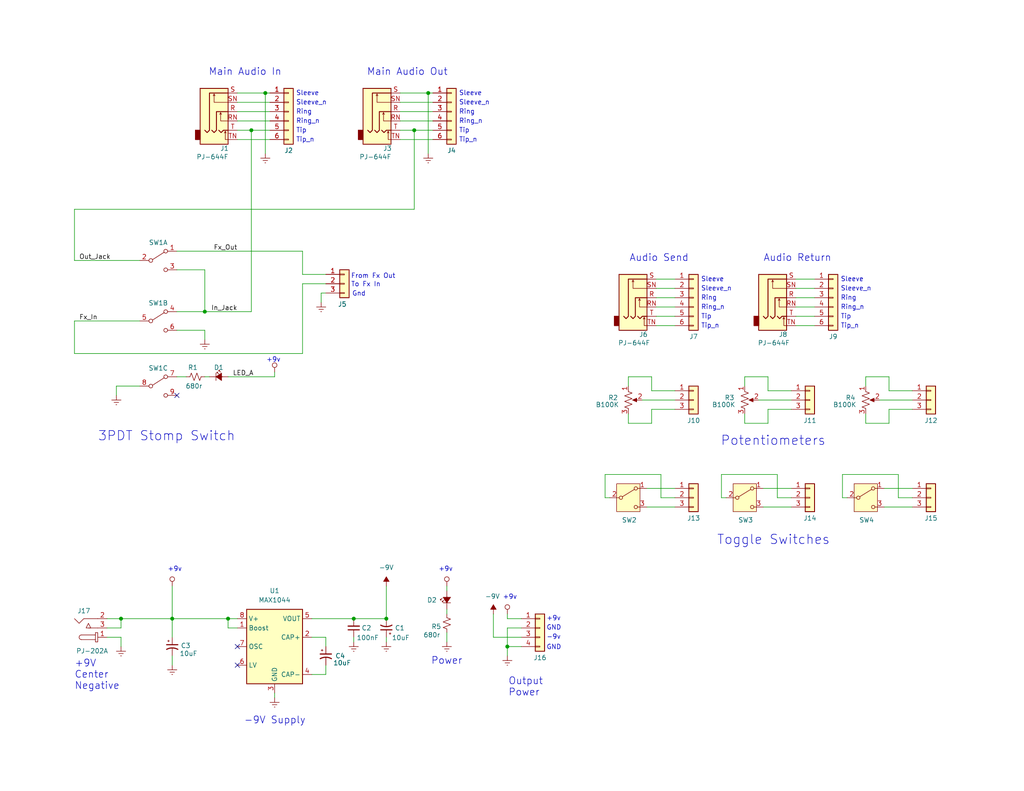
<source format=kicad_sch>
(kicad_sch (version 20231120) (generator "eeschema") (generator_version "8.0")
  (paper "A")
  (title_block (title "Guitar Pedal Interface") (date "2024-12-23") (rev "1") (company "Gadget Reboot") (comment 1 "https://www.youtube.com/gadgetreboot") (comment 2 "https://github.com/GadgetReboot/Guitar_Pedal_Interface"))
  (lib_symbols
    (symbol "3PDT_Stomp_Switch-rescue:GNDREF-power" (power) (pin_names (offset 0))
      (property "Value" "power_GNDREF" (at 0 -3.81 0))
      (symbol "GNDREF-power_0_1"
        (polyline (pts (xy -0.635 -1.905) (xy 0.635 -1.905)))
        (polyline (pts (xy -0.127 -2.54) (xy 0.127 -2.54)))
        (polyline (pts (xy 0 -1.27) (xy 0 0)))
        (polyline (pts (xy 1.27 -1.27) (xy -1.27 -1.27)))
      )
      (symbol "GNDREF-power_1_1"
        (pin power_in line (at 0 0 270) (length 0) hide (name "GNDREF") (number "1"))
      )
    )
    (symbol "3PDT_Stomp_Switch-rescue:LED_Small_ALT-Device" (pin_numbers hide) (pin_names (offset 0.254) hide)
      (property "Reference" "D" (at -1.27 3.175 0))
      (property "Value" "Device_LED_Small_ALT" (at -4.445 -2.54 0))
      (symbol "LED_Small_ALT-Device_0_1"
        (polyline (pts (xy -0.762 -1.016) (xy -0.762 1.016)))
        (polyline (pts (xy 1.016 0) (xy -0.762 0)))
        (polyline (pts (xy 0.762 -1.016) (xy -0.762 0) (xy 0.762 1.016) (xy 0.762 -1.016)) (fill (type outline)))
        (polyline (pts (xy 0 0.762) (xy -0.508 1.27) (xy -0.254 1.27) (xy -0.508 1.27) (xy -0.508 1.016)))
        (polyline (pts (xy 0.508 1.27) (xy 0 1.778) (xy 0.254 1.778) (xy 0 1.778) (xy 0 1.524)))
      )
      (symbol "LED_Small_ALT-Device_1_1"
        (pin passive line (at -2.54 0 0) (length 1.778) (name "K") (number "1"))
        (pin passive line (at 2.54 0 180) (length 1.778) (name "A") (number "2"))
      )
    )
    (symbol "Connector_Generic:Conn_01x03" (pin_names (offset 1.016) hide)
      (property "Reference" "J" (at 0 5.08 0))
      (property "Value" "Conn_01x03" (at 0 -5.08 0))
      (symbol "Conn_01x03_1_1"
        (rectangle (start -1.27 -2.413) (end 0 -2.667) (stroke (width 0.1524)))
        (rectangle (start -1.27 0.127) (end 0 -0.127) (stroke (width 0.1524)))
        (rectangle (start -1.27 2.667) (end 0 2.413) (stroke (width 0.1524)))
        (rectangle (start -1.27 3.81) (end 1.27 -3.81) (stroke (width 0.254)) (fill (type background)))
        (pin passive line (at -5.08 2.54 0) (length 3.81) (name "Pin_1") (number "1"))
        (pin passive line (at -5.08 0 0) (length 3.81) (name "Pin_2") (number "2"))
        (pin passive line (at -5.08 -2.54 0) (length 3.81) (name "Pin_3") (number "3"))
      )
    )
    (symbol "Connector_Generic:Conn_01x04" (pin_names (offset 1.016) hide)
      (property "Reference" "J" (at 0 5.08 0))
      (property "Value" "Conn_01x04" (at 0 -7.62 0))
      (symbol "Conn_01x04_1_1"
        (rectangle (start -1.27 -4.953) (end 0 -5.207) (stroke (width 0.1524)))
        (rectangle (start -1.27 -2.413) (end 0 -2.667) (stroke (width 0.1524)))
        (rectangle (start -1.27 0.127) (end 0 -0.127) (stroke (width 0.1524)))
        (rectangle (start -1.27 2.667) (end 0 2.413) (stroke (width 0.1524)))
        (rectangle (start -1.27 3.81) (end 1.27 -6.35) (stroke (width 0.254)) (fill (type background)))
        (pin passive line (at -5.08 2.54 0) (length 3.81) (name "Pin_1") (number "1"))
        (pin passive line (at -5.08 0 0) (length 3.81) (name "Pin_2") (number "2"))
        (pin passive line (at -5.08 -2.54 0) (length 3.81) (name "Pin_3") (number "3"))
        (pin passive line (at -5.08 -5.08 0) (length 3.81) (name "Pin_4") (number "4"))
      )
    )
    (symbol "Connector_Generic:Conn_01x06" (pin_names (offset 1.016) hide)
      (property "Reference" "J" (at 0 7.62 0))
      (property "Value" "Conn_01x06" (at 0 -10.16 0))
      (symbol "Conn_01x06_1_1"
        (rectangle (start -1.27 -7.493) (end 0 -7.747) (stroke (width 0.1524)))
        (rectangle (start -1.27 -4.953) (end 0 -5.207) (stroke (width 0.1524)))
        (rectangle (start -1.27 -2.413) (end 0 -2.667) (stroke (width 0.1524)))
        (rectangle (start -1.27 0.127) (end 0 -0.127) (stroke (width 0.1524)))
        (rectangle (start -1.27 2.667) (end 0 2.413) (stroke (width 0.1524)))
        (rectangle (start -1.27 5.207) (end 0 4.953) (stroke (width 0.1524)))
        (rectangle (start -1.27 6.35) (end 1.27 -8.89) (stroke (width 0.254)) (fill (type background)))
        (pin passive line (at -5.08 5.08 0) (length 3.81) (name "Pin_1") (number "1"))
        (pin passive line (at -5.08 2.54 0) (length 3.81) (name "Pin_2") (number "2"))
        (pin passive line (at -5.08 0 0) (length 3.81) (name "Pin_3") (number "3"))
        (pin passive line (at -5.08 -2.54 0) (length 3.81) (name "Pin_4") (number "4"))
        (pin passive line (at -5.08 -5.08 0) (length 3.81) (name "Pin_5") (number "5"))
        (pin passive line (at -5.08 -7.62 0) (length 3.81) (name "Pin_6") (number "6"))
      )
    )
    (symbol "Device:C_Small" (pin_numbers hide) (pin_names (offset 0.254) hide)
      (property "Reference" "C" (at 0.254 1.778 0))
      (property "Value" "C_Small" (at 0.254 -2.032 0))
      (symbol "C_Small_0_1"
        (polyline (pts (xy -1.524 -0.508) (xy 1.524 -0.508)) (stroke (width 0.3302)))
        (polyline (pts (xy -1.524 0.508) (xy 1.524 0.508)) (stroke (width 0.3048)))
      )
      (symbol "C_Small_1_1"
        (pin passive line (at 0 2.54 270) (length 2.032) (name "~") (number "1"))
        (pin passive line (at 0 -2.54 90) (length 2.032) (name "~") (number "2"))
      )
    )
    (symbol "Device:R_Small_US" (pin_numbers hide) (pin_names (offset 0.254) hide)
      (property "Reference" "R" (at 0.762 0.508 0))
      (property "Value" "R_Small_US" (at 0.762 -1.016 0))
      (symbol "R_Small_US_1_1"
        (polyline (pts (xy 0 0) (xy 1.016 -0.381) (xy 0 -0.762) (xy -1.016 -1.143) (xy 0 -1.524)))
        (polyline (pts (xy 0 1.524) (xy 1.016 1.143) (xy 0 0.762) (xy -1.016 0.381) (xy 0 0)))
        (pin passive line (at 0 2.54 270) (length 1.016) (name "~") (number "1"))
        (pin passive line (at 0 -2.54 90) (length 1.016) (name "~") (number "2"))
      )
    )
    (symbol "GR_OpAmp_Percussion-rescue:CP1_Small-Device" (pin_numbers hide) (pin_names (offset 0.254) hide)
      (property "Reference" "C" (at 0.254 1.778 0))
      (property "Value" "Device_CP1_Small" (at 0.254 -2.032 0))
      (symbol "CP1_Small-Device_0_1"
        (polyline (pts (xy -1.524 0.508) (xy 1.524 0.508)) (stroke (width 0.3048)))
        (polyline (pts (xy -1.27 1.524) (xy -0.762 1.524)))
        (polyline (pts (xy -1.016 1.27) (xy -1.016 1.778)))
        (arc (start 1.524 -0.762) (mid 0 -0.3734) (end -1.524 -0.762) (stroke (width 0.3048)))
      )
      (symbol "CP1_Small-Device_1_1"
        (pin passive line (at 0 2.54 270) (length 2.032) (name "~") (number "1"))
        (pin passive line (at 0 -2.54 90) (length 2.032) (name "~") (number "2"))
      )
    )
    (symbol "GR_OpAmp_Percussion-rescue:GNDREF-power" (power) (pin_names (offset 0))
      (property "Value" "power_GNDREF" (at 0 -3.81 0))
      (symbol "GNDREF-power_0_1"
        (polyline (pts (xy -0.635 -1.905) (xy 0.635 -1.905)))
        (polyline (pts (xy -0.127 -2.54) (xy 0.127 -2.54)))
        (polyline (pts (xy 0 -1.27) (xy 0 0)))
        (polyline (pts (xy 1.27 -1.27) (xy -1.27 -1.27)))
      )
      (symbol "GNDREF-power_1_1"
        (pin power_in line (at 0 0 270) (length 0) hide (name "GNDREF") (number "1"))
      )
    )
    (symbol "Guitar_Fx_Dev-rescue:AudioJack3_Switch-Connector"
      (property "Reference" "J" (at 0 11.43 0))
      (property "Value" "Connector_AudioJack3_Switch" (at 0 8.89 0))
      (symbol "AudioJack3_Switch-Connector_0_1"
        (rectangle (start -5.08 -5.08) (end -6.35 -7.62) (stroke (width 0.254)) (fill (type outline)))
        (polyline (pts (xy -1.27 4.826) (xy -1.016 4.318)))
        (polyline (pts (xy 0.508 -0.254) (xy 0.762 -0.762)))
        (polyline (pts (xy 1.778 -5.334) (xy 2.032 -5.842)))
        (polyline (pts (xy 0 -5.08) (xy 0.635 -5.715) (xy 1.27 -5.08) (xy 2.54 -5.08)) (stroke (width 0.254)))
        (polyline (pts (xy 2.54 -7.62) (xy 1.778 -7.62) (xy 1.778 -5.334) (xy 1.524 -5.842)))
        (polyline (pts (xy 2.54 -2.54) (xy 0.508 -2.54) (xy 0.508 -0.254) (xy 0.254 -0.762)))
        (polyline (pts (xy 2.54 2.54) (xy -1.27 2.54) (xy -1.27 4.826) (xy -1.524 4.318)))
        (polyline (pts (xy -1.905 -5.08) (xy -1.27 -5.715) (xy -0.635 -5.08) (xy -0.635 0) (xy 2.54 0)) (stroke (width 0.254)))
        (polyline (pts (xy 2.54 5.08) (xy -2.54 5.08) (xy -2.54 -5.08) (xy -3.175 -5.715) (xy -3.81 -5.08)) (stroke (width 0.254)))
        (rectangle (start 2.54 6.35) (end -5.08 -8.89) (stroke (width 0.254)) (fill (type background)))
      )
      (symbol "AudioJack3_Switch-Connector_1_1"
        (pin passive line (at 5.08 0 180) (length 2.54) (name "~") (number "R"))
        (pin passive line (at 5.08 -2.54 180) (length 2.54) (name "~") (number "RN"))
        (pin passive line (at 5.08 5.08 180) (length 2.54) (name "~") (number "S"))
        (pin passive line (at 5.08 2.54 180) (length 2.54) (name "~") (number "SN"))
        (pin passive line (at 5.08 -5.08 180) (length 2.54) (name "~") (number "T"))
        (pin passive line (at 5.08 -7.62 180) (length 2.54) (name "~") (number "TN"))
      )
    )
    (symbol "Guitar_Fx_Dev-rescue:CP1_Small-Device" (pin_numbers hide) (pin_names (offset 0.254) hide)
      (property "Reference" "C" (at 0.254 1.778 0))
      (property "Value" "Device_CP1_Small" (at 0.254 -2.032 0))
      (symbol "CP1_Small-Device_0_1"
        (polyline (pts (xy -1.524 0.508) (xy 1.524 0.508)) (stroke (width 0.3048)))
        (polyline (pts (xy -1.27 1.524) (xy -0.762 1.524)))
        (polyline (pts (xy -1.016 1.27) (xy -1.016 1.778)))
        (arc (start 1.524 -0.762) (mid 0 -0.3734) (end -1.524 -0.762) (stroke (width 0.3048)))
      )
      (symbol "CP1_Small-Device_1_1"
        (pin passive line (at 0 2.54 270) (length 2.032) (name "~") (number "1"))
        (pin passive line (at 0 -2.54 90) (length 2.032) (name "~") (number "2"))
      )
    )
    (symbol "Guitar_Fx_Dev-rescue:GNDREF-power" (power) (pin_names (offset 0))
      (property "Value" "power_GNDREF" (at 0 -3.81 0))
      (symbol "GNDREF-power_0_1"
        (polyline (pts (xy -0.635 -1.905) (xy 0.635 -1.905)))
        (polyline (pts (xy -0.127 -2.54) (xy 0.127 -2.54)))
        (polyline (pts (xy 0 -1.27) (xy 0 0)))
        (polyline (pts (xy 1.27 -1.27) (xy -1.27 -1.27)))
      )
      (symbol "GNDREF-power_1_1"
        (pin power_in line (at 0 0 270) (length 0) hide (name "GNDREF") (number "1"))
      )
    )
    (symbol "Guitar_Fx_Dev-rescue:PJ-202A-dk_Barrel-Power-Connectors" (pin_names (offset 1.016))
      (property "Reference" "J" (at 0 2.54 0))
      (property "Value" "dk_Barrel-Power-Connectors_PJ-202A" (at 0 -6.35 0))
      (symbol "PJ-202A-dk_Barrel-Power-Connectors_1_1"
        (arc (start -4.445 0.635) (mid -5.08 0) (end -4.445 -0.635))
        (rectangle (start -0.635 1.27) (end 0 -1.27))
        (polyline (pts (xy -0.635 -0.635) (xy -4.445 -0.635)))
        (polyline (pts (xy -0.635 0.635) (xy -4.445 0.635)))
        (polyline (pts (xy 0 -2.54) (xy -1.27 -2.54) (xy -2.54 -2.54)))
        (polyline (pts (xy 0 -5.08) (xy -3.81 -5.08) (xy -5.08 -3.81) (xy -6.35 -5.08)))
        (polyline (pts (xy -2.54 -2.54) (xy -3.175 -2.54) (xy -2.54 -3.81) (xy -1.905 -2.54) (xy -2.54 -2.54)))
        (pin passive line (at 2.54 0 180) (length 2.54) (name "~") (number "1"))
        (pin passive line (at 2.54 -5.08 180) (length 2.54) (name "~") (number "2"))
        (pin passive line (at 2.54 -2.54 180) (length 2.54) (name "~") (number "3"))
      )
    )
    (symbol "Guitar_Fx_Dev-rescue:VCC-power" (power) (pin_names (offset 0))
      (property "Value" "power_VCC" (at 0 3.81 0))
      (symbol "VCC-power_0_1"
        (polyline (pts (xy 0 0) (xy 0 1.27)))
        (circle (center 0 1.905) (radius 0.635))
      )
      (symbol "VCC-power_1_1"
        (pin power_in line (at 0 0 90) (length 0) hide (name "VCC") (number "1"))
      )
    )
    (symbol "Octave_Effect-rescue:R_POT_US-Device" (pin_names (offset 1.016) hide)
      (property "Reference" "RV" (at -4.445 0 90))
      (property "Value" "Device_R_POT_US" (at -2.54 0 90))
      (symbol "R_POT_US-Device_0_1"
        (polyline (pts (xy 0 -2.286) (xy 0 -2.54)))
        (polyline (pts (xy 0 2.54) (xy 0 2.286)))
        (polyline (pts (xy 2.54 0) (xy 1.524 0)))
        (polyline (pts (xy 1.143 0) (xy 2.286 0.508) (xy 2.286 -0.508) (xy 1.143 0)) (fill (type outline)))
        (polyline (pts (xy 0 -0.762) (xy 1.016 -1.143) (xy 0 -1.524) (xy -1.016 -1.905) (xy 0 -2.286)))
        (polyline (pts (xy 0 0.762) (xy 1.016 0.381) (xy 0 0) (xy -1.016 -0.381) (xy 0 -0.762)))
        (polyline (pts (xy 0 2.286) (xy 1.016 1.905) (xy 0 1.524) (xy -1.016 1.143) (xy 0 0.762)))
      )
      (symbol "R_POT_US-Device_1_1"
        (pin passive line (at 0 3.81 270) (length 1.27) (name "1") (number "1"))
        (pin passive line (at 3.81 0 180) (length 1.27) (name "2") (number "2"))
        (pin passive line (at 0 -3.81 90) (length 1.27) (name "3") (number "3"))
      )
    )
    (symbol "Regulator_SwitchedCapacitor:MAX1044"
      (property "Reference" "U3" (at 0 15.24 0))
      (property "Value" "MAX1044" (at 0 12.7 0))
      (symbol "MAX1044_0_1"
        (rectangle (start -7.62 10.16) (end 7.62 -10.16) (stroke (width 0.254)) (fill (type background)))
      )
      (symbol "MAX1044_1_1"
        (pin passive line (at -10.16 5.08 0) (length 2.54) (name "Boost") (number "1"))
        (pin input line (at 10.16 2.54 180) (length 2.54) (name "CAP+") (number "2"))
        (pin power_in line (at 0 -12.7 90) (length 2.54) (name "GND") (number "3"))
        (pin input line (at 10.16 -7.62 180) (length 2.54) (name "CAP-") (number "4"))
        (pin power_out line (at 10.16 7.62 180) (length 2.54) (name "VOUT") (number "5"))
        (pin input line (at -10.16 -5.08 0) (length 2.54) (name "LV") (number "6"))
        (pin input line (at -10.16 0 0) (length 2.54) (name "OSC") (number "7"))
        (pin power_in line (at -10.16 7.62 0) (length 2.54) (name "V+") (number "8"))
      )
    )
    (symbol "SW_3PDT:SW_3PDT" (pin_names (offset 0) hide)
      (property "Reference" "SW" (at 0 4.318 0))
      (property "Value" "SW_3PDT" (at 0 -5.08 0))
      (symbol "SW_3PDT_0_0"
        (circle (center -2.032 0) (radius 0.508))
        (circle (center 2.032 -2.54) (radius 0.508))
      )
      (symbol "SW_3PDT_0_1"
        (polyline (pts (xy -1.524 0.254) (xy 1.651 2.286)))
        (circle (center 2.032 2.54) (radius 0.508))
      )
      (symbol "SW_3PDT_1_1"
        (pin passive line (at 5.08 2.54 180) (length 2.54) (name "A") (number "1"))
        (pin passive line (at -5.08 0 0) (length 2.54) (name "B") (number "2"))
        (pin passive line (at 5.08 -2.54 180) (length 2.54) (name "C") (number "3"))
      )
      (symbol "SW_3PDT_2_1"
        (pin passive line (at 5.08 2.54 180) (length 2.54) (name "A") (number "4"))
        (pin passive line (at -5.08 0 0) (length 2.54) (name "B") (number "5"))
        (pin passive line (at 5.08 -2.54 180) (length 2.54) (name "C") (number "6"))
      )
      (symbol "SW_3PDT_3_1"
        (pin passive line (at 5.08 2.54 180) (length 2.54) (name "A") (number "7"))
        (pin passive line (at -5.08 0 0) (length 2.54) (name "B") (number "8"))
        (pin passive line (at 5.08 -2.54 180) (length 2.54) (name "C") (number "9"))
      )
    )
    (symbol "Switch:SW_SPDT" (pin_names (offset 0) hide)
      (property "Reference" "SW" (at 0 5.08 0))
      (property "Value" "SW_SPDT" (at 0 -5.08 0))
      (symbol "SW_SPDT_0_1"
        (circle (center -2.032 0) (radius 0.4572))
        (polyline (pts (xy -1.651 0.254) (xy 1.651 2.286)))
        (circle (center 2.032 -2.54) (radius 0.4572))
        (circle (center 2.032 2.54) (radius 0.4572))
      )
      (symbol "SW_SPDT_1_1"
        (rectangle (start -3.175 3.81) (end 3.175 -3.81) (fill (type background)))
        (pin passive line (at 5.08 2.54 180) (length 2.54) (name "A") (number "1"))
        (pin passive line (at -5.08 0 0) (length 2.54) (name "B") (number "2"))
        (pin passive line (at 5.08 -2.54 180) (length 2.54) (name "C") (number "3"))
      )
    )
    (symbol "power:-9V" (power) (pin_numbers hide) (pin_names (offset 0) hide)
      (property "Value" "-9V" (at 0 3.556 0))
      (symbol "-9V_0_1"
        (polyline (pts (xy 0 0) (xy 0 2.54)))
        (polyline (pts (xy 0.762 1.27) (xy -0.762 1.27) (xy 0 2.54) (xy 0.762 1.27)) (fill (type outline)))
      )
      (symbol "-9V_1_1"
        (pin power_in line (at 0 0 90) (length 0) (name "~") (number "1"))
      )
    )
  )
  (junction (at 116.84 25.4))
  (junction (at 33.02 168.91))
  (junction (at 55.88 85.09))
  (junction (at 72.39 25.4))
  (junction (at 68.58 35.56))
  (junction (at 138.43 176.53))
  (junction (at 113.03 35.56))
  (junction (at 46.99 168.91))
  (junction (at 96.52 168.91))
  (junction (at 62.23 168.91))
  (junction (at 105.41 168.91))
  (no_connect (at 64.77 176.53))
  (no_connect (at 48.26 107.95))
  (no_connect (at 64.77 181.61))
  (wire (pts (xy 64.77 38.1) (xy 73.66 38.1)))
  (wire (pts (xy 20.32 57.15) (xy 113.03 57.15)))
  (wire (pts (xy 165.1 129.54) (xy 165.1 135.89)))
  (wire (pts (xy 105.41 160.02) (xy 105.41 168.91)))
  (wire (pts (xy 138.43 176.53) (xy 142.24 176.53)))
  (wire (pts (xy 85.09 173.99) (xy 88.9 173.99)))
  (wire (pts (xy 64.77 168.91) (xy 62.23 168.91)))
  (wire (pts (xy 46.99 173.99) (xy 46.99 168.91)))
  (wire (pts (xy 48.26 102.87) (xy 50.8 102.87)))
  (wire (pts (xy 203.2 113.03) (xy 203.2 115.57)))
  (wire (pts (xy 68.58 35.56) (xy 68.58 85.09)))
  (wire (pts (xy 175.26 109.22) (xy 184.15 109.22)))
  (wire (pts (xy 245.11 135.89) (xy 245.11 129.54)))
  (wire (pts (xy 209.55 115.57) (xy 209.55 111.76)))
  (wire (pts (xy 64.77 35.56) (xy 68.58 35.56)))
  (wire (pts (xy 217.17 81.28) (xy 222.25 81.28)))
  (wire (pts (xy 171.45 115.57) (xy 177.8 115.57)))
  (wire (pts (xy 85.09 168.91) (xy 96.52 168.91)))
  (wire (pts (xy 96.52 168.91) (xy 105.41 168.91)))
  (wire (pts (xy 121.92 175.26) (xy 121.92 172.72)))
  (wire (pts (xy 20.32 57.15) (xy 20.32 71.12)))
  (wire (pts (xy 20.32 71.12) (xy 38.1 71.12)))
  (wire (pts (xy 55.88 90.17) (xy 48.26 90.17)))
  (wire (pts (xy 217.17 76.2) (xy 222.25 76.2)))
  (wire (pts (xy 165.1 135.89) (xy 166.37 135.89)))
  (wire (pts (xy 33.02 173.99) (xy 33.02 176.53)))
  (wire (pts (xy 29.21 171.45) (xy 33.02 171.45)))
  (wire (pts (xy 46.99 181.61) (xy 46.99 179.07)))
  (wire (pts (xy 241.3 138.43) (xy 248.92 138.43)))
  (wire (pts (xy 55.88 73.66) (xy 55.88 85.09)))
  (wire (pts (xy 109.22 38.1) (xy 118.11 38.1)))
  (wire (pts (xy 121.92 166.37) (xy 121.92 167.64)))
  (wire (pts (xy 215.9 106.68) (xy 209.55 106.68)))
  (wire (pts (xy 196.85 129.54) (xy 196.85 135.89)))
  (wire (pts (xy 113.03 35.56) (xy 118.11 35.56)))
  (wire (pts (xy 64.77 25.4) (xy 72.39 25.4)))
  (wire (pts (xy 207.01 109.22) (xy 215.9 109.22)))
  (wire (pts (xy 142.24 173.99) (xy 134.62 173.99)))
  (wire (pts (xy 64.77 171.45) (xy 62.23 171.45)))
  (wire (pts (xy 229.87 129.54) (xy 229.87 135.89)))
  (wire (pts (xy 20.32 96.52) (xy 82.55 96.52)))
  (wire (pts (xy 236.22 113.03) (xy 236.22 115.57)))
  (wire (pts (xy 72.39 25.4) (xy 73.66 25.4)))
  (wire (pts (xy 203.2 115.57) (xy 209.55 115.57)))
  (wire (pts (xy 88.9 181.61) (xy 88.9 184.15)))
  (wire (pts (xy 242.57 106.68) (xy 242.57 102.87)))
  (wire (pts (xy 57.15 102.87) (xy 55.88 102.87)))
  (wire (pts (xy 203.2 102.87) (xy 203.2 105.41)))
  (wire (pts (xy 82.55 77.47) (xy 88.9 77.47)))
  (wire (pts (xy 138.43 168.91) (xy 138.43 167.64)))
  (wire (pts (xy 116.84 25.4) (xy 118.11 25.4)))
  (wire (pts (xy 217.17 88.9) (xy 222.25 88.9)))
  (wire (pts (xy 29.21 168.91) (xy 33.02 168.91)))
  (wire (pts (xy 241.3 133.35) (xy 248.92 133.35)))
  (wire (pts (xy 88.9 74.93) (xy 82.55 74.93)))
  (wire (pts (xy 171.45 113.03) (xy 171.45 115.57)))
  (wire (pts (xy 105.41 175.26) (xy 105.41 173.99)))
  (wire (pts (xy 88.9 80.01) (xy 87.63 80.01)))
  (wire (pts (xy 217.17 78.74) (xy 222.25 78.74)))
  (wire (pts (xy 217.17 83.82) (xy 222.25 83.82)))
  (wire (pts (xy 180.34 129.54) (xy 165.1 129.54)))
  (wire (pts (xy 212.09 129.54) (xy 196.85 129.54)))
  (wire (pts (xy 209.55 106.68) (xy 209.55 102.87)))
  (wire (pts (xy 121.92 160.02) (xy 121.92 161.29)))
  (wire (pts (xy 245.11 129.54) (xy 229.87 129.54)))
  (wire (pts (xy 109.22 27.94) (xy 118.11 27.94)))
  (wire (pts (xy 236.22 115.57) (xy 242.57 115.57)))
  (wire (pts (xy 196.85 135.89) (xy 198.12 135.89)))
  (wire (pts (xy 242.57 111.76) (xy 248.92 111.76)))
  (wire (pts (xy 113.03 35.56) (xy 113.03 57.15)))
  (wire (pts (xy 46.99 168.91) (xy 46.99 160.02)))
  (wire (pts (xy 29.21 173.99) (xy 33.02 173.99)))
  (wire (pts (xy 46.99 168.91) (xy 62.23 168.91)))
  (wire (pts (xy 109.22 35.56) (xy 113.03 35.56)))
  (wire (pts (xy 72.39 25.4) (xy 72.39 41.91)))
  (wire (pts (xy 138.43 171.45) (xy 138.43 176.53)))
  (wire (pts (xy 134.62 173.99) (xy 134.62 167.64)))
  (wire (pts (xy 184.15 135.89) (xy 180.34 135.89)))
  (wire (pts (xy 74.93 189.23) (xy 74.93 190.5)))
  (wire (pts (xy 179.07 88.9) (xy 184.15 88.9)))
  (wire (pts (xy 74.93 102.87) (xy 74.93 101.6)))
  (wire (pts (xy 82.55 96.52) (xy 82.55 77.47)))
  (wire (pts (xy 179.07 83.82) (xy 184.15 83.82)))
  (wire (pts (xy 20.32 87.63) (xy 20.32 96.52)))
  (wire (pts (xy 109.22 25.4) (xy 116.84 25.4)))
  (wire (pts (xy 177.8 102.87) (xy 171.45 102.87)))
  (wire (pts (xy 177.8 115.57) (xy 177.8 111.76)))
  (wire (pts (xy 64.77 27.94) (xy 73.66 27.94)))
  (wire (pts (xy 48.26 68.58) (xy 82.55 68.58)))
  (wire (pts (xy 20.32 87.63) (xy 38.1 87.63)))
  (wire (pts (xy 236.22 102.87) (xy 236.22 105.41)))
  (wire (pts (xy 209.55 111.76) (xy 215.9 111.76)))
  (wire (pts (xy 88.9 173.99) (xy 88.9 176.53)))
  (wire (pts (xy 82.55 74.93) (xy 82.55 68.58)))
  (wire (pts (xy 242.57 115.57) (xy 242.57 111.76)))
  (wire (pts (xy 62.23 171.45) (xy 62.23 168.91)))
  (wire (pts (xy 64.77 30.48) (xy 73.66 30.48)))
  (wire (pts (xy 171.45 102.87) (xy 171.45 105.41)))
  (wire (pts (xy 177.8 111.76) (xy 184.15 111.76)))
  (wire (pts (xy 109.22 33.02) (xy 118.11 33.02)))
  (wire (pts (xy 176.53 138.43) (xy 184.15 138.43)))
  (wire (pts (xy 248.92 135.89) (xy 245.11 135.89)))
  (wire (pts (xy 179.07 81.28) (xy 184.15 81.28)))
  (wire (pts (xy 242.57 102.87) (xy 236.22 102.87)))
  (wire (pts (xy 33.02 171.45) (xy 33.02 168.91)))
  (wire (pts (xy 96.52 173.99) (xy 96.52 175.26)))
  (wire (pts (xy 184.15 106.68) (xy 177.8 106.68)))
  (wire (pts (xy 179.07 78.74) (xy 184.15 78.74)))
  (wire (pts (xy 48.26 85.09) (xy 55.88 85.09)))
  (wire (pts (xy 180.34 135.89) (xy 180.34 129.54)))
  (wire (pts (xy 208.28 133.35) (xy 215.9 133.35)))
  (wire (pts (xy 64.77 33.02) (xy 73.66 33.02)))
  (wire (pts (xy 55.88 85.09) (xy 68.58 85.09)))
  (wire (pts (xy 229.87 135.89) (xy 231.14 135.89)))
  (wire (pts (xy 248.92 106.68) (xy 242.57 106.68)))
  (wire (pts (xy 138.43 176.53) (xy 138.43 179.07)))
  (wire (pts (xy 217.17 86.36) (xy 222.25 86.36)))
  (wire (pts (xy 212.09 135.89) (xy 212.09 129.54)))
  (wire (pts (xy 109.22 30.48) (xy 118.11 30.48)))
  (wire (pts (xy 116.84 25.4) (xy 116.84 41.91)))
  (wire (pts (xy 48.26 73.66) (xy 55.88 73.66)))
  (wire (pts (xy 31.75 105.41) (xy 38.1 105.41)))
  (wire (pts (xy 179.07 86.36) (xy 184.15 86.36)))
  (wire (pts (xy 88.9 184.15) (xy 85.09 184.15)))
  (wire (pts (xy 68.58 35.56) (xy 73.66 35.56)))
  (wire (pts (xy 176.53 133.35) (xy 184.15 133.35)))
  (wire (pts (xy 177.8 106.68) (xy 177.8 102.87)))
  (wire (pts (xy 62.23 102.87) (xy 74.93 102.87)))
  (wire (pts (xy 142.24 171.45) (xy 138.43 171.45)))
  (wire (pts (xy 87.63 80.01) (xy 87.63 82.55)))
  (wire (pts (xy 208.28 138.43) (xy 215.9 138.43)))
  (wire (pts (xy 33.02 168.91) (xy 46.99 168.91)))
  (wire (pts (xy 55.88 92.71) (xy 55.88 90.17)))
  (wire (pts (xy 31.75 107.95) (xy 31.75 105.41)))
  (wire (pts (xy 209.55 102.87) (xy 203.2 102.87)))
  (wire (pts (xy 215.9 135.89) (xy 212.09 135.89)))
  (wire (pts (xy 142.24 168.91) (xy 138.43 168.91)))
  (wire (pts (xy 179.07 76.2) (xy 184.15 76.2)))
  (wire (pts (xy 240.03 109.22) (xy 248.92 109.22)))
  (text "Sleeve_n" (at 191.262 79.629 0) (effects (font (size 1.27 1.27)) (justify left bottom)))
  (text "+9v" (at 119.634 156.21 0) (effects (font (size 1.27 1.27)) (justify left bottom)))
  (text "Output\nPower" (at 138.684 190.246 0) (effects (font (size 1.905 1.905)) (justify left bottom)))
  (text "Toggle Switches" (at 195.58 148.971 0) (effects (font (size 2.54 2.54)) (justify left bottom)))
  (text "Ring_n" (at 125.222 33.909 0) (effects (font (size 1.27 1.27)) (justify left bottom)))
  (text "Ring" (at 229.362 82.169 0) (effects (font (size 1.27 1.27)) (justify left bottom)))
  (text "To Fx In" (at 103.886 78.486 0) (effects (font (size 1.27 1.27)) (justify right bottom)))
  (text "Ring_n" (at 229.362 84.709 0) (effects (font (size 1.27 1.27)) (justify left bottom)))
  (text "Sleeve" (at 80.772 26.289 0) (effects (font (size 1.27 1.27)) (justify left bottom)))
  (text "+9v" (at 137.16 163.83 0) (effects (font (size 1.27 1.27)) (justify left bottom)))
  (text "Ring_n" (at 80.772 33.909 0) (effects (font (size 1.27 1.27)) (justify left bottom)))
  (text "Potentiometers" (at 196.596 121.92 0) (effects (font (size 2.54 2.54)) (justify left bottom)))
  (text "+9v" (at 149.098 169.672 0) (effects (font (size 1.27 1.27)) (justify left bottom)))
  (text "+9v" (at 45.72 156.21 0) (effects (font (size 1.27 1.27)) (justify left bottom)))
  (text "Power" (at 117.602 181.61 0) (effects (font (size 1.905 1.905)) (justify left bottom)))
  (text "-9V Supply" (at 66.548 197.866 0) (effects (font (size 1.905 1.905)) (justify left bottom)))
  (text "Tip_n" (at 125.222 38.989 0) (effects (font (size 1.27 1.27)) (justify left bottom)))
  (text "Ring" (at 125.222 31.369 0) (effects (font (size 1.27 1.27)) (justify left bottom)))
  (text "Sleeve" (at 191.262 77.089 0) (effects (font (size 1.27 1.27)) (justify left bottom)))
  (text "3PDT Stomp Switch" (at 26.67 120.65 0) (effects (font (size 2.54 2.54)) (justify left bottom)))
  (text "Audio Send" (at 171.704 71.628 0) (effects (font (size 1.905 1.905)) (justify left bottom)))
  (text "Ring" (at 191.262 82.169 0) (effects (font (size 1.27 1.27)) (justify left bottom)))
  (text "Sleeve" (at 125.222 26.289 0) (effects (font (size 1.27 1.27)) (justify left bottom)))
  (text "Ring" (at 80.772 31.369 0) (effects (font (size 1.27 1.27)) (justify left bottom)))
  (text "Sleeve" (at 229.362 77.089 0) (effects (font (size 1.27 1.27)) (justify left bottom)))
  (text "From Fx Out" (at 95.758 76.2 0) (effects (font (size 1.27 1.27)) (justify left bottom)))
  (text "Tip_n" (at 191.262 89.789 0) (effects (font (size 1.27 1.27)) (justify left bottom)))
  (text "Ring_n" (at 191.262 84.709 0) (effects (font (size 1.27 1.27)) (justify left bottom)))
  (text "Sleeve_n" (at 229.362 79.629 0) (effects (font (size 1.27 1.27)) (justify left bottom)))
  (text "Gnd" (at 99.822 81.026 0) (effects (font (size 1.27 1.27)) (justify right bottom)))
  (text "GND" (at 149.098 172.212 0) (effects (font (size 1.27 1.27)) (justify left bottom)))
  (text "Tip_n" (at 80.772 38.989 0) (effects (font (size 1.27 1.27)) (justify left bottom)))
  (text "Tip" (at 191.262 87.249 0) (effects (font (size 1.27 1.27)) (justify left bottom)))
  (text "+9v" (at 72.644 99.06 0) (effects (font (size 1.27 1.27)) (justify left bottom)))
  (text "Sleeve_n" (at 125.222 28.829 0) (effects (font (size 1.27 1.27)) (justify left bottom)))
  (text "Tip" (at 80.772 36.449 0) (effects (font (size 1.27 1.27)) (justify left bottom)))
  (text "Sleeve_n" (at 80.772 28.829 0) (effects (font (size 1.27 1.27)) (justify left bottom)))
  (text "-9v" (at 149.098 174.752 0) (effects (font (size 1.27 1.27)) (justify left bottom)))
  (text "Main Audio In" (at 56.896 20.828 0) (effects (font (size 1.905 1.905)) (justify left bottom)))
  (text "Tip" (at 125.222 36.449 0) (effects (font (size 1.27 1.27)) (justify left bottom)))
  (text "GND" (at 149.098 177.546 0) (effects (font (size 1.27 1.27)) (justify left bottom)))
  (text "Tip_n" (at 229.362 89.789 0) (effects (font (size 1.27 1.27)) (justify left bottom)))
  (text "+9V \nCenter \nNegative" (at 20.32 188.468 0) (effects (font (size 1.905 1.905)) (justify left bottom)))
  (text "Main Audio Out" (at 100.076 20.828 0) (effects (font (size 1.905 1.905)) (justify left bottom)))
  (text "Tip" (at 229.362 87.249 0) (effects (font (size 1.27 1.27)) (justify left bottom)))
  (text "Audio Return" (at 208.28 71.628 0) (effects (font (size 1.905 1.905)) (justify left bottom)))
  (label "Fx_Out" (at 64.77 68.58 180))
  (label "Fx_In" (at 21.59 87.63 0))
  (label "Out_Jack" (at 21.59 71.12 0))
  (label "In_Jack" (at 64.77 85.09 180))
  (label "LED_A" (at 63.5 102.87 0))
  (symbol (lib_id "Guitar_Fx_Dev-rescue:CP1_Small-Device") (at 46.99 176.53 0) (unit 1)
    (property "Reference" "C3" (at 50.673 176.276 0))
    (property "Value" "10uF" (at 51.435 178.435 0))
    (property "Footprint" "Capacitor_THT:CP_Radial_D5.0mm_P2.50mm" (effects (hide yes)))
  )
  (symbol (lib_id "Guitar_Fx_Dev-rescue:VCC-power") (at 46.99 160.02 0) (unit 1)
    (property "Reference" "#PWR06" (effects (hide yes)))
    (property "Value" "VCC" (effects (hide yes)))
  )
  (symbol (lib_id "Guitar_Fx_Dev-rescue:GNDREF-power") (at 46.99 181.61 0) (unit 1)
    (property "Reference" "#PWR017" (effects (hide yes)))
    (property "Value" "GNDREF" (effects (hide yes)))
  )
  (symbol (lib_id "Guitar_Fx_Dev-rescue:AudioJack3_Switch-Connector") (at 59.69 30.48 0) (unit 1)
    (property "Reference" "J1" (at 61.2648 40.513 0))
    (property "Value" "PJ-644F" (at 57.9628 42.8244 0))
    (property "Footprint" "Footprints:Jack_6.35mm_Neutrik_NMJ6HFD2_Horizontal" (effects (hide yes)))
  )
  (symbol (lib_id "Guitar_Fx_Dev-rescue:PJ-202A-dk_Barrel-Power-Connectors") (at 26.67 173.99 0) (mirror x) (unit 1)
    (property "Reference" "J17" (at 24.6888 166.7764 0) (effects (justify right)))
    (property "Value" "PJ-202A" (at 29.5148 177.7238 0) (effects (justify right)))
    (property "Footprint" "digikey-footprints:Barrel_Jack_5.5mmODx2.1mmID_PJ-202A" (effects (hide yes)))
    (property "Description" "CONN PWR JACK 2X5.5MM KINKED PIN" (effects (hide yes)))
    (property "Digi-Key_PN" "CP-202A-ND" (effects (hide yes)))
    (property "MPN" "PJ-202A" (effects (hide yes)))
    (property "Category" "Connectors, Interconnects" (effects (hide yes)))
    (property "Family" "Barrel - Power Connectors" (effects (hide yes)))
    (property "DK_Datasheet_Link" "https://www.cui.com/product/resource/digikeypdf/pj-202a.pdf" (effects (hide yes)))
    (property "DK_Detail_Page" "/product-detail/en/cui-inc/PJ-202A/CP-202A-ND/252007" (effects (hide yes)))
    (property "Manufacturer" "CUI Inc." (effects (hide yes)))
    (property "Status" "Active" (effects (hide yes)))
  )
  (symbol (lib_id "Guitar_Fx_Dev-rescue:GNDREF-power") (at 33.02 176.53 0) (unit 1)
    (property "Reference" "#PWR015" (effects (hide yes)))
    (property "Value" "GNDREF" (effects (hide yes)))
  )
  (symbol (lib_id "Connector_Generic:Conn_01x06") (at 78.74 30.48 0) (unit 1)
    (property "Reference" "J2" (at 79.9592 41.0972 0) (effects (justify right)))
    (property "Value" "Conn_01x06" (effects (hide yes)))
    (property "Footprint" "Connector_PinHeader_2.54mm:PinHeader_1x06_P2.54mm_Vertical" (effects (hide yes)))
  )
  (symbol (lib_id "Connector_Generic:Conn_01x06") (at 189.23 81.28 0) (unit 1)
    (property "Reference" "J7" (at 190.4492 91.8972 0) (effects (justify right)))
    (property "Value" "Conn_01x06" (effects (hide yes)))
    (property "Footprint" "Connector_PinHeader_2.54mm:PinHeader_1x06_P2.54mm_Vertical" (effects (hide yes)))
  )
  (symbol (lib_id "Device:C_Small") (at 96.52 171.45 180) (unit 1)
    (property "Reference" "C2" (at 101.346 171.45 0) (effects (justify left)))
    (property "Value" "100nF" (at 103.378 174.117 0) (effects (justify left)))
    (property "Footprint" "Capacitor_THT:C_Disc_D4.7mm_W2.5mm_P5.00mm" (effects (hide yes)))
  )
  (symbol (lib_id "3PDT_Stomp_Switch-rescue:GNDREF-power") (at 87.63 82.55 0) (unit 1)
    (property "Reference" "#PWR09" (effects (hide yes)))
    (property "Value" "GNDREF" (effects (hide yes)))
  )
  (symbol (lib_id "Connector_Generic:Conn_01x03") (at 254 109.22 0) (unit 1)
    (property "Reference" "J12" (at 252.222 114.8079 0) (effects (justify left)))
    (property "Value" "Conn_01x03" (effects (hide yes)))
    (property "Footprint" "Connector_PinHeader_2.54mm:PinHeader_1x03_P2.54mm_Vertical" (effects (hide yes)))
    (property "Description" "Generic connector, single row, 01x03, script generated (kicad-library-utils/schlib/autogen/connector/)" (effects (hide yes)))
  )
  (symbol (lib_id "Connector_Generic:Conn_01x03") (at 254 135.89 0) (unit 1)
    (property "Reference" "J15" (at 252.222 141.4779 0) (effects (justify left)))
    (property "Value" "Conn_01x03" (effects (hide yes)))
    (property "Footprint" "Connector_PinHeader_2.54mm:PinHeader_1x03_P2.54mm_Vertical" (effects (hide yes)))
    (property "Description" "Generic connector, single row, 01x03, script generated (kicad-library-utils/schlib/autogen/connector/)" (effects (hide yes)))
  )
  (symbol (lib_id "GR_OpAmp_Percussion-rescue:CP1_Small-Device") (at 105.41 171.45 180) (unit 1)
    (property "Reference" "C1" (at 109.093 171.45 0))
    (property "Value" "10uF" (at 109.347 174.117 0))
    (property "Footprint" "Capacitor_THT:CP_Radial_D5.0mm_P2.50mm" (effects (hide yes)))
  )
  (symbol (lib_id "SW_3PDT:SW_3PDT") (at 43.18 87.63 0) (unit 2)
    (property "Reference" "SW1" (at 43.18 82.7278 0))
    (property "Value" "SW_3PDT" (effects (hide yes)))
    (property "Footprint" "Footprints:STOMP-SWITCH-3PDT" (effects (hide yes)))
  )
  (symbol (lib_id "3PDT_Stomp_Switch-rescue:LED_Small_ALT-Device") (at 121.92 163.83 90) (unit 1)
    (property "Reference" "D2" (at 117.856 163.83 90))
    (property "Value" "LED_Small_ALT" (effects (hide yes)))
    (property "Footprint" "LED_THT:LED_D5.0mm" (effects (hide yes)))
  )
  (symbol (lib_id "Guitar_Fx_Dev-rescue:AudioJack3_Switch-Connector") (at 212.09 81.28 0) (unit 1)
    (property "Reference" "J8" (at 213.6648 91.313 0))
    (property "Value" "PJ-644F" (at 211.1248 93.6244 0))
    (property "Footprint" "Footprints:Jack_6.35mm_Neutrik_NMJ6HFD2_Horizontal" (effects (hide yes)))
  )
  (symbol (lib_id "Guitar_Fx_Dev-rescue:GNDREF-power") (at 138.43 179.07 0) (unit 1)
    (property "Reference" "#PWR016" (effects (hide yes)))
    (property "Value" "GNDREF" (effects (hide yes)))
  )
  (symbol (lib_id "Guitar_Fx_Dev-rescue:AudioJack3_Switch-Connector") (at 173.99 81.28 0) (unit 1)
    (property "Reference" "J6" (at 175.5648 91.313 0))
    (property "Value" "PJ-644F" (at 173.0248 93.6244 0))
    (property "Footprint" "Footprints:Jack_6.35mm_Neutrik_NMJ6HFD2_Horizontal" (effects (hide yes)))
  )
  (symbol (lib_id "Guitar_Fx_Dev-rescue:VCC-power") (at 74.93 101.6 0) (unit 1)
    (property "Reference" "#PWR04" (effects (hide yes)))
    (property "Value" "VCC" (effects (hide yes)))
  )
  (symbol (lib_id "3PDT_Stomp_Switch-rescue:LED_Small_ALT-Device") (at 59.69 102.87 0) (unit 1)
    (property "Reference" "D1" (at 59.69 100.33 0))
    (property "Value" "LED_Small_ALT" (effects (hide yes)))
    (property "Footprint" "LED_THT:LED_D5.0mm" (effects (hide yes)))
  )
  (symbol (lib_id "Connector_Generic:Conn_01x03") (at 93.98 77.47 0) (unit 1)
    (property "Reference" "J5" (at 92.202 83.0579 0) (effects (justify left)))
    (property "Value" "Conn_01x03" (effects (hide yes)))
    (property "Footprint" "Connector_PinHeader_2.54mm:PinHeader_1x03_P2.54mm_Vertical" (effects (hide yes)))
    (property "Description" "Generic connector, single row, 01x03, script generated (kicad-library-utils/schlib/autogen/connector/)" (effects (hide yes)))
  )
  (symbol (lib_id "GR_OpAmp_Percussion-rescue:GNDREF-power") (at 96.52 175.26 0) (unit 1)
    (property "Reference" "#PWR012" (effects (hide yes)))
    (property "Value" "GNDREF" (effects (hide yes)))
  )
  (symbol (lib_id "Device:R_Small_US") (at 53.34 102.87 270) (unit 1)
    (property "Reference" "R1" (at 53.975 100.33 90) (effects (justify right)))
    (property "Value" "680r" (at 55.245 105.41 90) (effects (justify right)))
    (property "Footprint" "Resistor_THT:R_Axial_DIN0207_L6.3mm_D2.5mm_P10.16mm_Horizontal" (effects (hide yes)))
  )
  (symbol (lib_id "Connector_Generic:Conn_01x04") (at 147.32 171.45 0) (unit 1)
    (property "Reference" "J16" (at 145.542 179.5779 0) (effects (justify left)))
    (property "Value" "Conn_01x04" (effects (hide yes)))
    (property "Footprint" "Connector_PinHeader_2.54mm:PinHeader_1x04_P2.54mm_Vertical" (effects (hide yes)))
    (property "Description" "Generic connector, single row, 01x04, script generated (kicad-library-utils/schlib/autogen/connector/)" (effects (hide yes)))
  )
  (symbol (lib_id "power:-9V") (at 105.41 160.02 0) (unit 1)
    (property "Reference" "#PWR07" (effects (hide yes)))
    (property "Value" "-9V" (at 105.41 154.94 0))
    (property "Description" "Power symbol creates a global label with name \"-9V\"" (effects (hide yes)))
  )
  (symbol (lib_id "Switch:SW_SPDT") (at 203.2 135.89 0) (unit 1)
    (property "Reference" "SW3" (at 203.454 141.986 0))
    (property "Value" "Adam Tech SW-T2-2E-A-A2-M1" (effects (hide yes)))
    (property "Footprint" "Footprints:Toggle_Sw_SPDT" (effects (hide yes)))
    (property "Description" "Switch, single pole double throw" (effects (hide yes)))
  )
  (symbol (lib_id "Connector_Generic:Conn_01x03") (at 220.98 109.22 0) (unit 1)
    (property "Reference" "J11" (at 219.202 114.8079 0) (effects (justify left)))
    (property "Value" "Conn_01x03" (effects (hide yes)))
    (property "Footprint" "Connector_PinHeader_2.54mm:PinHeader_1x03_P2.54mm_Vertical" (effects (hide yes)))
    (property "Description" "Generic connector, single row, 01x03, script generated (kicad-library-utils/schlib/autogen/connector/)" (effects (hide yes)))
  )
  (symbol (lib_id "Switch:SW_SPDT") (at 236.22 135.89 0) (unit 1)
    (property "Reference" "SW4" (at 236.474 141.986 0))
    (property "Value" "Adam Tech SW-T2-2E-A-A2-M1" (effects (hide yes)))
    (property "Footprint" "Footprints:Toggle_Sw_SPDT" (effects (hide yes)))
    (property "Description" "Switch, single pole double throw" (effects (hide yes)))
  )
  (symbol (lib_id "SW_3PDT:SW_3PDT") (at 43.18 71.12 0) (unit 1)
    (property "Reference" "SW1" (at 43.18 66.2178 0))
    (property "Value" "SW_3PDT" (effects (hide yes)))
    (property "Footprint" "Footprints:STOMP-SWITCH-3PDT" (effects (hide yes)))
  )
  (symbol (lib_id "Connector_Generic:Conn_01x06") (at 227.33 81.28 0) (unit 1)
    (property "Reference" "J9" (at 228.5492 91.8972 0) (effects (justify right)))
    (property "Value" "Conn_01x06" (effects (hide yes)))
    (property "Footprint" "Connector_PinHeader_2.54mm:PinHeader_1x06_P2.54mm_Vertical" (effects (hide yes)))
  )
  (symbol (lib_id "Connector_Generic:Conn_01x03") (at 189.23 135.89 0) (unit 1)
    (property "Reference" "J13" (at 187.452 141.4779 0) (effects (justify left)))
    (property "Value" "Conn_01x03" (effects (hide yes)))
    (property "Footprint" "Connector_PinHeader_2.54mm:PinHeader_1x03_P2.54mm_Vertical" (effects (hide yes)))
    (property "Description" "Generic connector, single row, 01x03, script generated (kicad-library-utils/schlib/autogen/connector/)" (effects (hide yes)))
  )
  (symbol (lib_id "Device:R_Small_US") (at 121.92 170.18 0) (unit 1)
    (property "Reference" "R5" (at 120.396 171.069 0) (effects (justify right)))
    (property "Value" "680r" (at 120.142 173.355 0) (effects (justify right)))
    (property "Footprint" "Resistor_THT:R_Axial_DIN0207_L6.3mm_D2.5mm_P10.16mm_Horizontal" (effects (hide yes)))
  )
  (symbol (lib_id "power:-9V") (at 134.62 167.64 0) (unit 1)
    (property "Reference" "#PWR010" (effects (hide yes)))
    (property "Value" "-9V" (at 134.366 162.814 0))
    (property "Description" "Power symbol creates a global label with name \"-9V\"" (effects (hide yes)))
  )
  (symbol (lib_id "Guitar_Fx_Dev-rescue:AudioJack3_Switch-Connector") (at 104.14 30.48 0) (unit 1)
    (property "Reference" "J3" (at 105.7148 40.513 0))
    (property "Value" "PJ-644F" (at 102.4128 42.8244 0))
    (property "Footprint" "Footprints:Jack_6.35mm_Neutrik_NMJ6HFD2_Horizontal" (effects (hide yes)))
  )
  (symbol (lib_id "Guitar_Fx_Dev-rescue:VCC-power") (at 138.43 167.64 0) (unit 1)
    (property "Reference" "#PWR011" (effects (hide yes)))
    (property "Value" "VCC" (effects (hide yes)))
  )
  (symbol (lib_id "3PDT_Stomp_Switch-rescue:GNDREF-power") (at 31.75 107.95 0) (unit 1)
    (property "Reference" "#PWR05" (effects (hide yes)))
    (property "Value" "GNDREF" (effects (hide yes)))
  )
  (symbol (lib_id "GR_OpAmp_Percussion-rescue:GNDREF-power") (at 74.93 190.5 0) (unit 1)
    (property "Reference" "#PWR018" (effects (hide yes)))
    (property "Value" "GNDREF" (effects (hide yes)))
  )
  (symbol (lib_id "GR_OpAmp_Percussion-rescue:CP1_Small-Device") (at 88.9 179.07 0) (unit 1)
    (property "Reference" "C4" (at 92.837 179.07 0))
    (property "Value" "10uF" (at 93.345 180.975 0))
    (property "Footprint" "Capacitor_THT:CP_Radial_D5.0mm_P2.50mm" (effects (hide yes)))
  )
  (symbol (lib_id "Octave_Effect-rescue:R_POT_US-Device") (at 236.22 109.22 0) (unit 1)
    (property "Reference" "R4" (at 233.426 108.585 0) (effects (justify right)))
    (property "Value" "B100K" (at 233.68 110.49 0) (effects (justify right)))
    (property "Footprint" "Footprints:Potentiometer_Vimex" (effects (hide yes)))
  )
  (symbol (lib_id "Connector_Generic:Conn_01x03") (at 189.23 109.22 0) (unit 1)
    (property "Reference" "J10" (at 187.452 114.8079 0) (effects (justify left)))
    (property "Value" "Conn_01x03" (effects (hide yes)))
    (property "Footprint" "Connector_PinHeader_2.54mm:PinHeader_1x03_P2.54mm_Vertical" (effects (hide yes)))
    (property "Description" "Generic connector, single row, 01x03, script generated (kicad-library-utils/schlib/autogen/connector/)" (effects (hide yes)))
  )
  (symbol (lib_id "GR_OpAmp_Percussion-rescue:GNDREF-power") (at 105.41 175.26 0) (unit 1)
    (property "Reference" "#PWR013" (effects (hide yes)))
    (property "Value" "GNDREF" (effects (hide yes)))
  )
  (symbol (lib_id "3PDT_Stomp_Switch-rescue:GNDREF-power") (at 72.39 41.91 0) (unit 1)
    (property "Reference" "#PWR01" (effects (hide yes)))
    (property "Value" "GNDREF" (effects (hide yes)))
  )
  (symbol (lib_id "Regulator_SwitchedCapacitor:MAX1044") (at 74.93 176.53 0) (unit 1)
    (property "Reference" "U1" (at 74.93 161.29 0))
    (property "Value" "MAX1044" (at 74.93 163.83 0))
    (property "Footprint" "Package_DIP:DIP-8_W7.62mm" (effects (hide yes)))
    (property "Description" "Switched-Capacitor Voltage Converter, 1.5V to 10.0V operating supply voltage, 10mA with a 0.5V output drop, SO-8/DIP-8/µMAX-8/TO-99" (effects (hide yes)))
  )
  (symbol (lib_id "3PDT_Stomp_Switch-rescue:GNDREF-power") (at 55.88 92.71 0) (unit 1)
    (property "Reference" "#PWR03" (effects (hide yes)))
    (property "Value" "GNDREF" (effects (hide yes)))
  )
  (symbol (lib_id "SW_3PDT:SW_3PDT") (at 43.18 105.41 0) (unit 3)
    (property "Reference" "SW1" (at 43.18 100.5078 0))
    (property "Value" "SW_3PDT" (effects (hide yes)))
    (property "Footprint" "Footprints:STOMP-SWITCH-3PDT" (effects (hide yes)))
  )
  (symbol (lib_id "Connector_Generic:Conn_01x06") (at 123.19 30.48 0) (unit 1)
    (property "Reference" "J4" (at 124.4092 41.0972 0) (effects (justify right)))
    (property "Value" "Conn_01x06" (effects (hide yes)))
    (property "Footprint" "Connector_PinHeader_2.54mm:PinHeader_1x06_P2.54mm_Vertical" (effects (hide yes)))
  )
  (symbol (lib_id "Guitar_Fx_Dev-rescue:VCC-power") (at 121.92 160.02 0) (unit 1)
    (property "Reference" "#PWR08" (effects (hide yes)))
    (property "Value" "VCC" (effects (hide yes)))
  )
  (symbol (lib_id "Octave_Effect-rescue:R_POT_US-Device") (at 203.2 109.22 0) (unit 1)
    (property "Reference" "R3" (at 200.406 108.585 0) (effects (justify right)))
    (property "Value" "B100K" (at 200.66 110.49 0) (effects (justify right)))
    (property "Footprint" "Footprints:Potentiometer_Vimex" (effects (hide yes)))
  )
  (symbol (lib_id "3PDT_Stomp_Switch-rescue:GNDREF-power") (at 116.84 41.91 0) (unit 1)
    (property "Reference" "#PWR02" (effects (hide yes)))
    (property "Value" "GNDREF" (effects (hide yes)))
  )
  (symbol (lib_id "GR_OpAmp_Percussion-rescue:GNDREF-power") (at 121.92 175.26 0) (unit 1)
    (property "Reference" "#PWR014" (effects (hide yes)))
    (property "Value" "GNDREF" (effects (hide yes)))
  )
  (symbol (lib_id "Switch:SW_SPDT") (at 171.45 135.89 0) (unit 1)
    (property "Reference" "SW2" (at 171.704 141.986 0))
    (property "Value" "Adam Tech SW-T2-2E-A-A2-M1" (effects (hide yes)))
    (property "Footprint" "Footprints:Toggle_Sw_SPDT" (effects (hide yes)))
    (property "Description" "Switch, single pole double throw" (effects (hide yes)))
  )
  (symbol (lib_id "Octave_Effect-rescue:R_POT_US-Device") (at 171.45 109.22 0) (unit 1)
    (property "Reference" "R2" (at 168.656 108.585 0) (effects (justify right)))
    (property "Value" "B100K" (at 168.91 110.49 0) (effects (justify right)))
    (property "Footprint" "Footprints:Potentiometer_Vimex" (effects (hide yes)))
  )
  (symbol (lib_id "Connector_Generic:Conn_01x03") (at 220.98 135.89 0) (unit 1)
    (property "Reference" "J14" (at 219.202 141.4779 0) (effects (justify left)))
    (property "Value" "Conn_01x03" (effects (hide yes)))
    (property "Footprint" "Connector_PinHeader_2.54mm:PinHeader_1x03_P2.54mm_Vertical" (effects (hide yes)))
    (property "Description" "Generic connector, single row, 01x03, script generated (kicad-library-utils/schlib/autogen/connector/)" (effects (hide yes)))
  )
)
</source>
